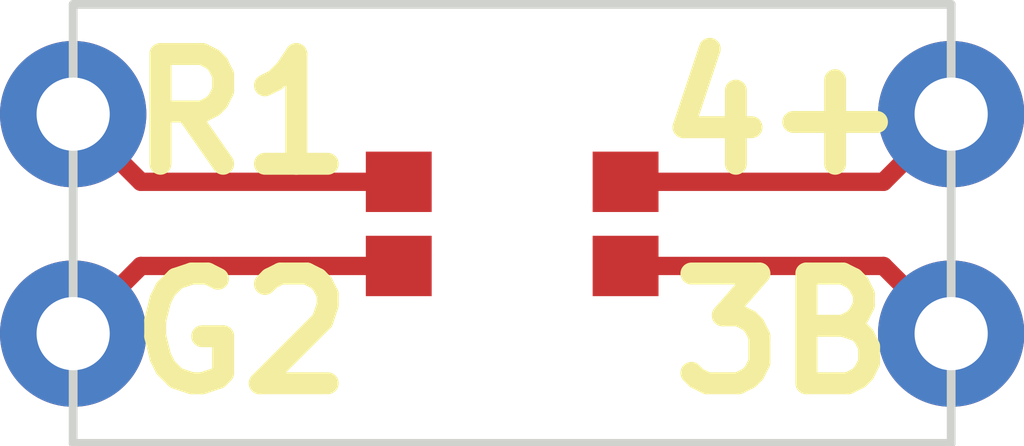
<source format=kicad_pcb>
(kicad_pcb (version 20171130) (host pcbnew 5.1.5-52549c5~84~ubuntu18.04.1)

  (general
    (thickness 1.6)
    (drawings 8)
    (tracks 16)
    (zones 0)
    (modules 1)
    (nets 1)
  )

  (page A4)
  (layers
    (0 F.Cu signal)
    (31 B.Cu signal)
    (32 B.Adhes user)
    (33 F.Adhes user)
    (34 B.Paste user)
    (35 F.Paste user)
    (36 B.SilkS user)
    (37 F.SilkS user)
    (38 B.Mask user)
    (39 F.Mask user)
    (40 Dwgs.User user)
    (41 Cmts.User user)
    (42 Eco1.User user)
    (43 Eco2.User user)
    (44 Edge.Cuts user)
    (45 Margin user)
    (46 B.CrtYd user)
    (47 F.CrtYd user)
    (48 B.Fab user)
    (49 F.Fab user)
  )

  (setup
    (last_trace_width 0.25)
    (trace_clearance 0.2)
    (zone_clearance 0.508)
    (zone_45_only no)
    (trace_min 0.2)
    (via_size 2)
    (via_drill 1)
    (via_min_size 0.4)
    (via_min_drill 0.8)
    (uvia_size 0.3)
    (uvia_drill 0.1)
    (uvias_allowed no)
    (uvia_min_size 0.2)
    (uvia_min_drill 0.1)
    (edge_width 0.05)
    (segment_width 0.2)
    (pcb_text_width 0.3)
    (pcb_text_size 1.5 1.5)
    (mod_edge_width 0.12)
    (mod_text_size 1 1)
    (mod_text_width 0.15)
    (pad_size 1.524 1.524)
    (pad_drill 0.762)
    (pad_to_mask_clearance 0.051)
    (solder_mask_min_width 0.25)
    (aux_axis_origin 0 0)
    (visible_elements FFFFFF7F)
    (pcbplotparams
      (layerselection 0x010fc_ffffffff)
      (usegerberextensions false)
      (usegerberattributes false)
      (usegerberadvancedattributes false)
      (creategerberjobfile false)
      (excludeedgelayer true)
      (linewidth 0.100000)
      (plotframeref false)
      (viasonmask false)
      (mode 1)
      (useauxorigin false)
      (hpglpennumber 1)
      (hpglpenspeed 20)
      (hpglpendiameter 15.000000)
      (psnegative false)
      (psa4output false)
      (plotreference true)
      (plotvalue true)
      (plotinvisibletext false)
      (padsonsilk false)
      (subtractmaskfromsilk false)
      (outputformat 1)
      (mirror false)
      (drillshape 1)
      (scaleselection 1)
      (outputdirectory ""))
  )

  (net 0 "")

  (net_class Default "This is the default net class."
    (clearance 0.2)
    (trace_width 0.25)
    (via_dia 2)
    (via_drill 1)
    (uvia_dia 0.3)
    (uvia_drill 0.1)
    (add_net "Net-(LED1-Pad1)")
    (add_net "Net-(LED1-Pad2)")
    (add_net "Net-(LED1-Pad3)")
    (add_net "Net-(LED1-Pad4)")
  )

  (module 156125M173000:156125M173000 (layer F.Cu) (tedit 5E45A8DD) (tstamp 5E45F295)
    (at 45 45)
    (descr "WL-SFRW REVERSE")
    (tags LED)
    (path /5E463D38)
    (fp_text reference LED1 (at 0 -0.15) (layer F.SilkS) hide
      (effects (font (size 1.27 1.27) (thickness 0.254)))
    )
    (fp_text value 156125M173000 (at 0 -0.15) (layer F.SilkS) hide
      (effects (font (size 1.27 1.27) (thickness 0.254)))
    )
    (fp_line (start -3 2.1) (end -3 -2.4) (layer Dwgs.User) (width 0.1))
    (fp_line (start 3 2.1) (end -3 2.1) (layer Dwgs.User) (width 0.1))
    (fp_line (start 3 -2.4) (end 3 2.1) (layer Dwgs.User) (width 0.1))
    (fp_line (start -3 -2.4) (end 3 -2.4) (layer Dwgs.User) (width 0.1))
    (fp_line (start -1.6 0.6) (end -1.6 -0.6) (layer Dwgs.User) (width 0.2))
    (fp_line (start 1.6 0.6) (end -1.6 0.6) (layer Dwgs.User) (width 0.2))
    (fp_line (start 1.6 -0.6) (end 1.6 0.6) (layer Dwgs.User) (width 0.2))
    (fp_line (start -1.6 -0.6) (end 1.6 -0.6) (layer Dwgs.User) (width 0.2))
    (pad "" np_thru_hole circle (at 0 0 90) (size 2.2 2.2) (drill 2.2) (layers *.Cu *.Mask))
    (pad 4 smd rect (at 1.55 -0.575 90) (size 0.825 0.9) (layers F.Cu F.Paste F.Mask))
    (pad 3 smd rect (at 1.55 0.575 90) (size 0.825 0.9) (layers F.Cu F.Paste F.Mask))
    (pad 2 smd rect (at -1.55 0.575 90) (size 0.825 0.9) (layers F.Cu F.Paste F.Mask))
    (pad 1 smd rect (at -1.55 -0.575 90) (size 0.825 0.9) (layers F.Cu F.Paste F.Mask))
  )

  (gr_text 4+ (at 48.7 43.5) (layer F.SilkS) (tstamp 5E45FA80)
    (effects (font (size 1.5 1.5) (thickness 0.3)))
  )
  (gr_text 3B (at 48.7 46.5) (layer F.SilkS) (tstamp 5E45FA79)
    (effects (font (size 1.5 1.5) (thickness 0.3)))
  )
  (gr_text G2 (at 41.3 46.5) (layer F.SilkS) (tstamp 5E45FA70)
    (effects (font (size 1.5 1.5) (thickness 0.3)))
  )
  (gr_text R1 (at 41.3 43.5) (layer F.SilkS)
    (effects (font (size 1.5 1.5) (thickness 0.3)))
  )
  (gr_line (start 39 42) (end 39 48) (layer Edge.Cuts) (width 0.12) (tstamp 5E45F703))
  (gr_line (start 51 48) (end 39 48) (layer Edge.Cuts) (width 0.12))
  (gr_line (start 51 48) (end 51 42) (layer Edge.Cuts) (width 0.12))
  (gr_line (start 39 42) (end 51 42) (layer Edge.Cuts) (width 0.12))

  (segment (start 43.45 44.425) (end 43.165 44.425) (width 0.25) (layer F.Cu) (net 0) (status 30))
  (segment (start 43.45 45.575) (end 43.165 45.575) (width 0.25) (layer F.Cu) (net 0) (status 30))
  (segment (start 46.55 44.425) (end 46.835 44.425) (width 0.25) (layer F.Cu) (net 0) (status 30))
  (segment (start 46.55 45.575) (end 46.835 45.575) (width 0.25) (layer F.Cu) (net 0) (status 30))
  (via (at 39 43.5) (size 2) (drill 1) (layers F.Cu B.Cu) (net 0))
  (via (at 39 46.5) (size 2) (drill 1) (layers F.Cu B.Cu) (net 0))
  (segment (start 39.925 44.425) (end 39 43.5) (width 0.25) (layer F.Cu) (net 0))
  (segment (start 43.45 44.425) (end 39.925 44.425) (width 0.25) (layer F.Cu) (net 0))
  (segment (start 39.925 45.575) (end 39 46.5) (width 0.25) (layer F.Cu) (net 0))
  (segment (start 43.45 45.575) (end 39.925 45.575) (width 0.25) (layer F.Cu) (net 0))
  (via (at 51 43.5) (size 2) (drill 1) (layers F.Cu B.Cu) (net 0))
  (segment (start 50.075 44.425) (end 51 43.5) (width 0.25) (layer F.Cu) (net 0))
  (segment (start 46.55 44.425) (end 50.075 44.425) (width 0.25) (layer F.Cu) (net 0))
  (via (at 51 46.5) (size 2) (drill 1) (layers F.Cu B.Cu) (net 0))
  (segment (start 46.55 45.575) (end 50.075 45.575) (width 0.25) (layer F.Cu) (net 0))
  (segment (start 50.075 45.575) (end 51 46.5) (width 0.25) (layer F.Cu) (net 0))

)

</source>
